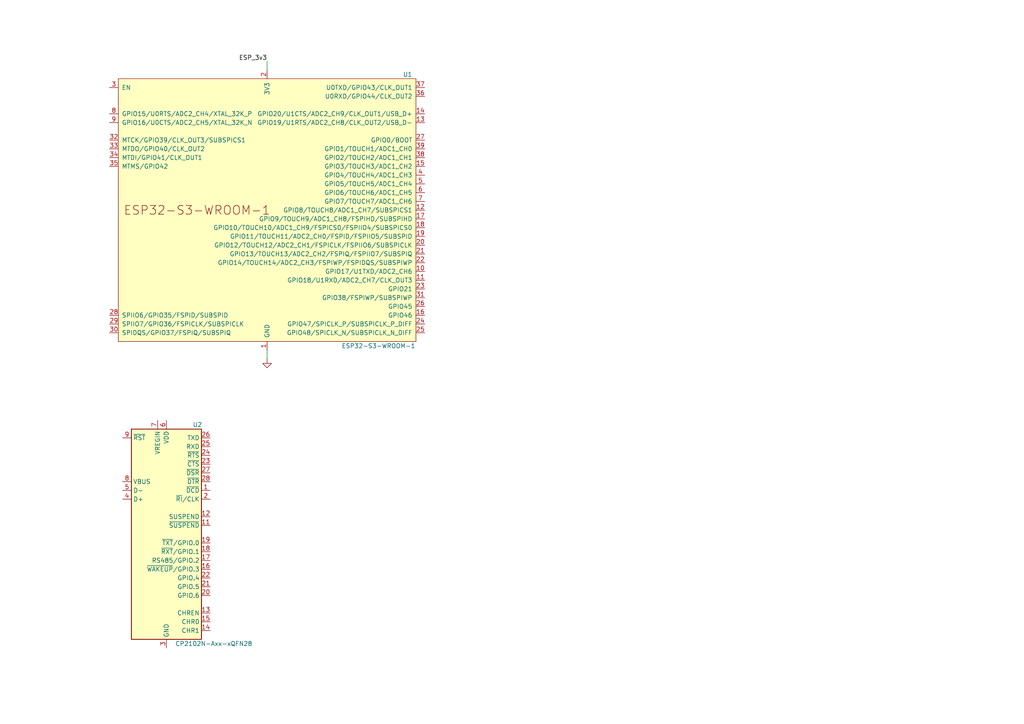
<source format=kicad_sch>
(kicad_sch (version 20230121) (generator eeschema)
  (paper "A4")
  (lib_symbols
    (symbol "Interface_USB:CP2102N-Axx-xQFN28"
      (property "Reference" "U" (at -8.89 31.75 0))
      (property "Value" "CP2102N-Axx-xQFN28" (at 12.7 31.75 0))
      (symbol "CP2102N-Axx-xQFN28_0_1"
        (rectangle (start -10.16 30.48) (end 10.16 -30.48) (stroke (width 0.254)) (fill (type background)))
      )
      (symbol "CP2102N-Axx-xQFN28_1_1"
        (pin input line (at 12.7 12.7 180) (length 2.54) (name "~{DCD}") (number "1"))
        (pin no_connect line (at -10.16 -27.94 0) (length 2.54) hide (name "NC") (number "10"))
        (pin output line (at 12.7 2.54 180) (length 2.54) (name "~{SUSPEND}") (number "11"))
        (pin output line (at 12.7 5.08 180) (length 2.54) (name "SUSPEND") (number "12"))
        (pin output line (at 12.7 -22.86 180) (length 2.54) (name "CHREN") (number "13"))
        (pin output line (at 12.7 -27.94 180) (length 2.54) (name "CHR1") (number "14"))
        (pin output line (at 12.7 -25.4 180) (length 2.54) (name "CHR0") (number "15"))
        (pin bidirectional line (at 12.7 -10.16 180) (length 2.54) (name "~{WAKEUP}/GPIO.3") (number "16"))
        (pin bidirectional line (at 12.7 -7.62 180) (length 2.54) (name "RS485/GPIO.2") (number "17"))
        (pin bidirectional line (at 12.7 -5.08 180) (length 2.54) (name "~{RXT}/GPIO.1") (number "18"))
        (pin bidirectional line (at 12.7 -2.54 180) (length 2.54) (name "~{TXT}/GPIO.0") (number "19"))
        (pin bidirectional line (at 12.7 10.16 180) (length 2.54) (name "~{RI}/CLK") (number "2"))
        (pin bidirectional line (at 12.7 -17.78 180) (length 2.54) (name "GPIO.6") (number "20"))
        (pin bidirectional line (at 12.7 -15.24 180) (length 2.54) (name "GPIO.5") (number "21"))
        (pin bidirectional line (at 12.7 -12.7 180) (length 2.54) (name "GPIO.4") (number "22"))
        (pin input line (at 12.7 20.32 180) (length 2.54) (name "~{CTS}") (number "23"))
        (pin output line (at 12.7 22.86 180) (length 2.54) (name "~{RTS}") (number "24"))
        (pin input line (at 12.7 25.4 180) (length 2.54) (name "RXD") (number "25"))
        (pin output line (at 12.7 27.94 180) (length 2.54) (name "TXD") (number "26"))
        (pin input line (at 12.7 17.78 180) (length 2.54) (name "~{DSR}") (number "27"))
        (pin output line (at 12.7 15.24 180) (length 2.54) (name "~{DTR}") (number "28"))
        (pin passive line (at 0 -33.02 90) (length 2.54) hide (name "GND") (number "29"))
        (pin power_in line (at 0 -33.02 90) (length 2.54) (name "GND") (number "3"))
        (pin bidirectional line (at -12.7 10.16 0) (length 2.54) (name "D+") (number "4"))
        (pin bidirectional line (at -12.7 12.7 0) (length 2.54) (name "D-") (number "5"))
        (pin power_in line (at 0 33.02 270) (length 2.54) (name "VDD") (number "6"))
        (pin power_in line (at -2.54 33.02 270) (length 2.54) (name "VREGIN") (number "7"))
        (pin input line (at -12.7 15.24 0) (length 2.54) (name "VBUS") (number "8"))
        (pin input line (at -12.7 27.94 0) (length 2.54) (name "~{RST}") (number "9"))
      )
    )
    (symbol "PCM_Espressif:ESP32-S3-WROOM-1" (pin_names (offset 1.016))
      (property "Reference" "U" (at -43.18 43.18 0))
      (property "Value" "ESP32-S3-WROOM-1" (at -43.18 40.64 0))
      (symbol "ESP32-S3-WROOM-1_0_0"
        (text "ESP32-S3-WROOM-1" (at -20.32 0 0) (effects (font (size 2.54 2.54))))
        (pin power_in line (at 0 -40.64 90) (length 2.54) (name "GND") (number "1"))
        (pin bidirectional line (at 45.72 -17.78 180) (length 2.54) (name "GPIO17/U1TXD/ADC2_CH6") (number "10"))
        (pin bidirectional line (at 45.72 -20.32 180) (length 2.54) (name "GPIO18/U1RXD/ADC2_CH7/CLK_OUT3") (number "11"))
        (pin bidirectional line (at 45.72 0 180) (length 2.54) (name "GPIO8/TOUCH8/ADC1_CH7/SUBSPICS1") (number "12"))
        (pin bidirectional line (at 45.72 25.4 180) (length 2.54) (name "GPIO19/U1RTS/ADC2_CH8/CLK_OUT2/USB_D-") (number "13"))
        (pin bidirectional line (at 45.72 27.94 180) (length 2.54) (name "GPIO20/U1CTS/ADC2_CH9/CLK_OUT1/USB_D+") (number "14"))
        (pin bidirectional line (at 45.72 12.7 180) (length 2.54) (name "GPIO3/TOUCH3/ADC1_CH2") (number "15"))
        (pin bidirectional line (at 45.72 -30.48 180) (length 2.54) (name "GPIO46") (number "16"))
        (pin bidirectional line (at 45.72 -2.54 180) (length 2.54) (name "GPIO9/TOUCH9/ADC1_CH8/FSPIHD/SUBSPIHD") (number "17"))
        (pin bidirectional line (at 45.72 -5.08 180) (length 2.54) (name "GPIO10/TOUCH10/ADC1_CH9/FSPICS0/FSPIIO4/SUBSPICS0") (number "18"))
        (pin bidirectional line (at 45.72 -7.62 180) (length 2.54) (name "GPIO11/TOUCH11/ADC2_CH0/FSPID/FSPIIO5/SUBSPID") (number "19"))
        (pin power_in line (at 0 40.64 270) (length 2.54) (name "3V3") (number "2"))
        (pin bidirectional line (at 45.72 -10.16 180) (length 2.54) (name "GPIO12/TOUCH12/ADC2_CH1/FSPICLK/FSPIIO6/SUBSPICLK") (number "20"))
        (pin bidirectional line (at 45.72 -12.7 180) (length 2.54) (name "GPIO13/TOUCH13/ADC2_CH2/FSPIQ/FSPIIO7/SUBSPIQ") (number "21"))
        (pin bidirectional line (at 45.72 -15.24 180) (length 2.54) (name "GPIO14/TOUCH14/ADC2_CH3/FSPIWP/FSPIDQS/SUBSPIWP") (number "22"))
        (pin bidirectional line (at 45.72 -22.86 180) (length 2.54) (name "GPIO21") (number "23"))
        (pin bidirectional line (at 45.72 -33.02 180) (length 2.54) (name "GPIO47/SPICLK_P/SUBSPICLK_P_DIFF") (number "24"))
        (pin bidirectional line (at 45.72 -35.56 180) (length 2.54) (name "GPIO48/SPICLK_N/SUBSPICLK_N_DIFF") (number "25"))
        (pin bidirectional line (at 45.72 -27.94 180) (length 2.54) (name "GPIO45") (number "26"))
        (pin bidirectional line (at 45.72 20.32 180) (length 2.54) (name "GPIO0/BOOT") (number "27"))
        (pin bidirectional line (at -45.72 -30.48 0) (length 2.54) (name "SPIIO6/GPIO35/FSPID/SUBSPID") (number "28"))
        (pin bidirectional line (at -45.72 -33.02 0) (length 2.54) (name "SPIIO7/GPIO36/FSPICLK/SUBSPICLK") (number "29"))
        (pin input line (at -45.72 35.56 0) (length 2.54) (name "EN") (number "3"))
        (pin bidirectional line (at -45.72 -35.56 0) (length 2.54) (name "SPIDQS/GPIO37/FSPIQ/SUBSPIQ") (number "30"))
        (pin bidirectional line (at 45.72 -25.4 180) (length 2.54) (name "GPIO38/FSPIWP/SUBSPIWP") (number "31"))
        (pin bidirectional line (at -45.72 20.32 0) (length 2.54) (name "MTCK/GPIO39/CLK_OUT3/SUBSPICS1") (number "32"))
        (pin bidirectional line (at -45.72 17.78 0) (length 2.54) (name "MTDO/GPIO40/CLK_OUT2") (number "33"))
        (pin bidirectional line (at -45.72 15.24 0) (length 2.54) (name "MTDI/GPIO41/CLK_OUT1") (number "34"))
        (pin bidirectional line (at -45.72 12.7 0) (length 2.54) (name "MTMS/GPIO42") (number "35"))
        (pin bidirectional line (at 45.72 33.02 180) (length 2.54) (name "U0RXD/GPIO44/CLK_OUT2") (number "36"))
        (pin bidirectional line (at 45.72 35.56 180) (length 2.54) (name "U0TXD/GPIO43/CLK_OUT1") (number "37"))
        (pin bidirectional line (at 45.72 15.24 180) (length 2.54) (name "GPIO2/TOUCH2/ADC1_CH1") (number "38"))
        (pin bidirectional line (at 45.72 17.78 180) (length 2.54) (name "GPIO1/TOUCH1/ADC1_CH0") (number "39"))
        (pin bidirectional line (at 45.72 10.16 180) (length 2.54) (name "GPIO4/TOUCH4/ADC1_CH3") (number "4"))
        (pin passive line (at 0 -40.64 90) (length 2.54) hide (name "GND") (number "40"))
        (pin passive line (at 0 -40.64 90) (length 2.54) hide (name "GND") (number "41"))
        (pin bidirectional line (at 45.72 7.62 180) (length 2.54) (name "GPIO5/TOUCH5/ADC1_CH4") (number "5"))
        (pin bidirectional line (at 45.72 5.08 180) (length 2.54) (name "GPIO6/TOUCH6/ADC1_CH5") (number "6"))
        (pin bidirectional line (at 45.72 2.54 180) (length 2.54) (name "GPIO7/TOUCH7/ADC1_CH6") (number "7"))
        (pin bidirectional line (at -45.72 27.94 0) (length 2.54) (name "GPIO15/U0RTS/ADC2_CH4/XTAL_32K_P") (number "8"))
        (pin bidirectional line (at -45.72 25.4 0) (length 2.54) (name "GPIO16/U0CTS/ADC2_CH5/XTAL_32K_N") (number "9"))
      )
      (symbol "ESP32-S3-WROOM-1_0_1"
        (rectangle (start -43.18 38.1) (end 43.18 -38.1) (fill (type background)))
      )
    )
    (symbol "power:GND" (power) (pin_names (offset 0))
      (property "Value" "GND" (at 0 -3.81 0))
      (symbol "GND_0_1"
        (polyline (pts (xy 0 0) (xy 0 -1.27) (xy 1.27 -1.27) (xy 0 -2.54) (xy -1.27 -1.27) (xy 0 -1.27)))
      )
      (symbol "GND_1_1"
        (pin power_in line (at 0 0 270) (length 0) hide (name "GND") (number "1"))
      )
    )
  )
  (wire (pts (xy 77.47 101.6) (xy 77.47 104.14)))
  (wire (pts (xy 77.47 17.78) (xy 77.47 20.32)))
  (label "ESP_3v3" (at 77.47 17.78 180))
  (symbol (lib_id "Interface_USB:CP2102N-Axx-xQFN28") (at 48.26 154.94 0) (unit 1)
    (property "Reference" "U2" (at 55.88 123.19 0) (effects (justify left)))
    (property "Value" "CP2102N-Axx-xQFN28" (at 50.8 186.69 0) (effects (justify left)))
    (property "Footprint" "Package_DFN_QFN:QFN-28-1EP_5x5mm_P0.5mm_EP3.35x3.35mm" (effects hide))
    (property "Datasheet" "https://www.silabs.com/documents/public/data-sheets/cp2102n-datasheet.pdf" (effects hide))
  )
  (symbol (lib_id "power:GND") (at 77.47 104.14 0) (unit 1)
    (property "Reference" "#PWR01" (effects hide))
    (property "Value" "GND" (effects hide))
  )
  (symbol (lib_id "PCM_Espressif:ESP32-S3-WROOM-1") (at 77.47 60.96 0) (unit 1)
    (property "Reference" "U1" (at 116.84 21.59 0) (effects (justify left)))
    (property "Value" "ESP32-S3-WROOM-1" (at 99.06 100.33 0) (effects (justify left)))
    (property "Footprint" "Espressif:ESP32-S3-WROOM-1" (effects hide))
    (property "Datasheet" "https://www.espressif.com/sites/default/files/documentation/esp32-s3-wroom-1_wroom-1u_datasheet_en.pdf" (effects hide))
  )
)
</source>
